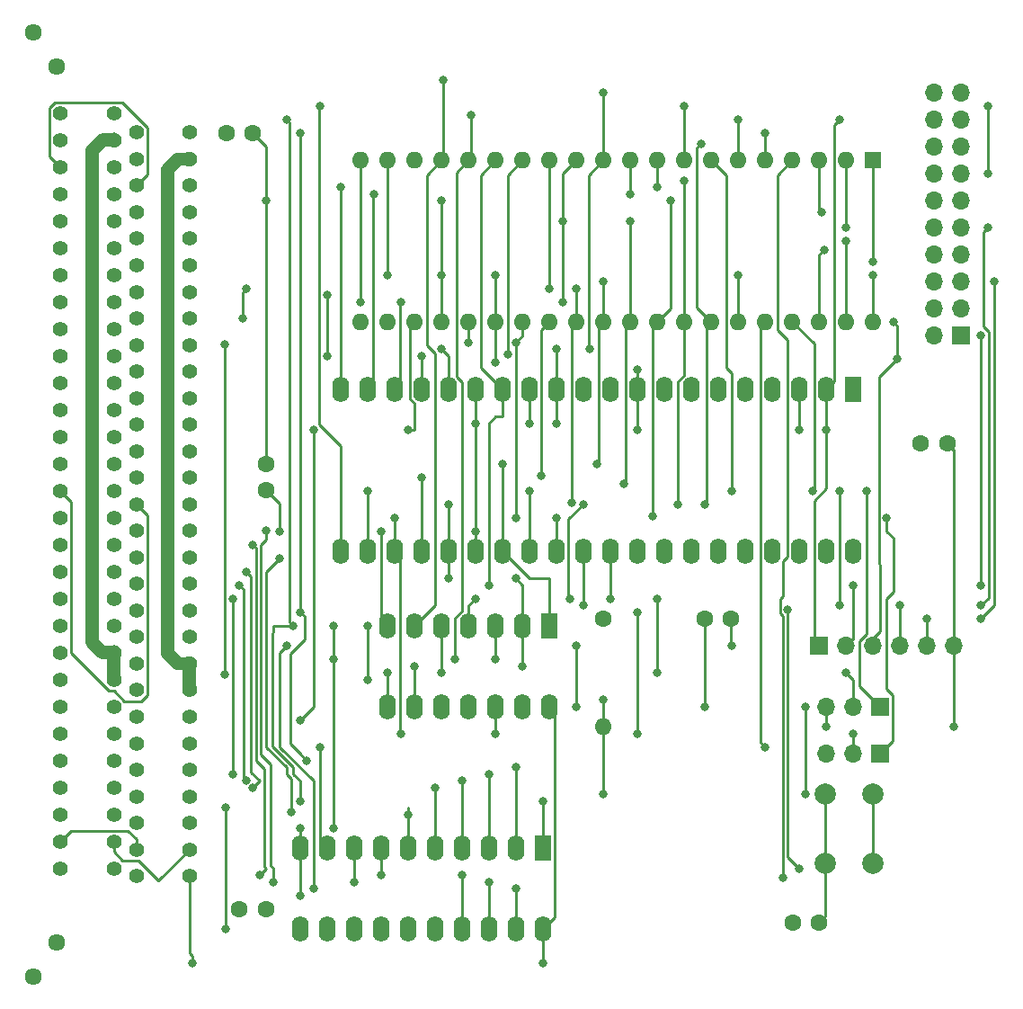
<source format=gbr>
%TF.GenerationSoftware,KiCad,Pcbnew,(5.1.10)-1*%
%TF.CreationDate,2022-02-23T07:42:31+01:00*%
%TF.ProjectId,VDIP2,56444950-322e-46b6-9963-61645f706362,rev?*%
%TF.SameCoordinates,Original*%
%TF.FileFunction,Copper,L1,Top*%
%TF.FilePolarity,Positive*%
%FSLAX46Y46*%
G04 Gerber Fmt 4.6, Leading zero omitted, Abs format (unit mm)*
G04 Created by KiCad (PCBNEW (5.1.10)-1) date 2022-02-23 07:42:31*
%MOMM*%
%LPD*%
G01*
G04 APERTURE LIST*
%TA.AperFunction,ComponentPad*%
%ADD10C,1.600000*%
%TD*%
%TA.AperFunction,ComponentPad*%
%ADD11C,2.000000*%
%TD*%
%TA.AperFunction,ComponentPad*%
%ADD12O,1.700000X1.700000*%
%TD*%
%TA.AperFunction,ComponentPad*%
%ADD13R,1.700000X1.700000*%
%TD*%
%TA.AperFunction,ComponentPad*%
%ADD14R,1.600000X2.400000*%
%TD*%
%TA.AperFunction,ComponentPad*%
%ADD15O,1.600000X2.400000*%
%TD*%
%TA.AperFunction,ComponentPad*%
%ADD16O,1.600000X1.600000*%
%TD*%
%TA.AperFunction,ComponentPad*%
%ADD17R,1.600000X1.600000*%
%TD*%
%TA.AperFunction,ComponentPad*%
%ADD18C,1.610000*%
%TD*%
%TA.AperFunction,ComponentPad*%
%ADD19C,1.400000*%
%TD*%
%TA.AperFunction,SMDPad,CuDef*%
%ADD20C,0.100000*%
%TD*%
%TA.AperFunction,ViaPad*%
%ADD21C,0.800000*%
%TD*%
%TA.AperFunction,Conductor*%
%ADD22C,0.250000*%
%TD*%
G04 APERTURE END LIST*
D10*
%TO.P,C1006,2*%
%TO.N,GND*%
X153670000Y-144780000D03*
%TO.P,C1006,1*%
%TO.N,+5P*%
X151170000Y-144780000D03*
%TD*%
%TO.P,C1005,2*%
%TO.N,GND*%
X101560000Y-143510000D03*
%TO.P,C1005,1*%
%TO.N,+5P*%
X99060000Y-143510000D03*
%TD*%
%TO.P,C1004,2*%
%TO.N,GND*%
X142875000Y-116205000D03*
%TO.P,C1004,1*%
%TO.N,+5P*%
X145375000Y-116205000D03*
%TD*%
%TO.P,C1003,2*%
%TO.N,GND*%
X165735000Y-99695000D03*
%TO.P,C1003,1*%
%TO.N,+5P*%
X163235000Y-99695000D03*
%TD*%
%TO.P,C1002,2*%
%TO.N,GND*%
X97830000Y-70485000D03*
%TO.P,C1002,1*%
%TO.N,+5P*%
X100330000Y-70485000D03*
%TD*%
%TO.P,C1001,2*%
%TO.N,GND*%
X101600000Y-104100000D03*
%TO.P,C1001,1*%
%TO.N,+5P*%
X101600000Y-101600000D03*
%TD*%
D11*
%TO.P,SW1001,1*%
%TO.N,Net-(J1004-Pad3)*%
X158750000Y-139215000D03*
%TO.P,SW1001,2*%
%TO.N,GND*%
X154250000Y-139215000D03*
%TO.P,SW1001,1*%
%TO.N,Net-(J1004-Pad3)*%
X158750000Y-132715000D03*
%TO.P,SW1001,2*%
%TO.N,GND*%
X154250000Y-132715000D03*
%TD*%
D12*
%TO.P,J1004,3*%
%TO.N,Net-(J1004-Pad3)*%
X154305000Y-128905000D03*
%TO.P,J1004,2*%
%TO.N,Net-(J1004-Pad2)*%
X156845000Y-128905000D03*
D13*
%TO.P,J1004,1*%
%TO.N,Net-(J1002-Pad14)*%
X159385000Y-128905000D03*
%TD*%
D14*
%TO.P,U1003,1*%
%TO.N,N/C*%
X156845000Y-94615000D03*
D15*
%TO.P,U1003,21*%
%TO.N,Net-(J1002-Pad13)*%
X108585000Y-109855000D03*
%TO.P,U1003,2*%
%TO.N,+5P*%
X154305000Y-94615000D03*
%TO.P,U1003,22*%
%TO.N,Net-(J1002-Pad15)*%
X111125000Y-109855000D03*
%TO.P,U1003,3*%
%TO.N,+5P*%
X151765000Y-94615000D03*
%TO.P,U1003,23*%
%TO.N,Net-(J1002-Pad2)*%
X113665000Y-109855000D03*
%TO.P,U1003,4*%
%TO.N,N/C*%
X149225000Y-94615000D03*
%TO.P,U1003,24*%
%TO.N,Net-(J1002-Pad4)*%
X116205000Y-109855000D03*
%TO.P,U1003,5*%
%TO.N,N/C*%
X146685000Y-94615000D03*
%TO.P,U1003,25*%
%TO.N,Net-(J1002-Pad6)*%
X118745000Y-109855000D03*
%TO.P,U1003,6*%
%TO.N,N/C*%
X144145000Y-94615000D03*
%TO.P,U1003,26*%
%TO.N,GND*%
X121285000Y-109855000D03*
%TO.P,U1003,7*%
%TO.N,N/C*%
X141605000Y-94615000D03*
%TO.P,U1003,27*%
%TO.N,Net-(J1002-Pad8)*%
X123825000Y-109855000D03*
%TO.P,U1003,8*%
%TO.N,N/C*%
X139065000Y-94615000D03*
%TO.P,U1003,28*%
%TO.N,Net-(J1002-Pad10)*%
X126365000Y-109855000D03*
%TO.P,U1003,9*%
%TO.N,+5P*%
X136525000Y-94615000D03*
%TO.P,U1003,29*%
%TO.N,Net-(J1002-Pad12)*%
X128905000Y-109855000D03*
%TO.P,U1003,10*%
%TO.N,N/C*%
X133985000Y-94615000D03*
%TO.P,U1003,30*%
%TO.N,Net-(J1004-Pad2)*%
X131445000Y-109855000D03*
%TO.P,U1003,11*%
%TO.N,N/C*%
X131445000Y-94615000D03*
%TO.P,U1003,31*%
%TO.N,Net-(J1003-Pad2)*%
X133985000Y-109855000D03*
%TO.P,U1003,12*%
%TO.N,GND*%
X128905000Y-94615000D03*
%TO.P,U1003,32*%
%TO.N,N/C*%
X136525000Y-109855000D03*
%TO.P,U1003,13*%
%TO.N,GND*%
X126365000Y-94615000D03*
%TO.P,U1003,33*%
%TO.N,N/C*%
X139065000Y-109855000D03*
%TO.P,U1003,14*%
%TO.N,Net-(J1001-Pad2)*%
X123825000Y-94615000D03*
%TO.P,U1003,34*%
%TO.N,N/C*%
X141605000Y-109855000D03*
%TO.P,U1003,15*%
%TO.N,GND*%
X121285000Y-94615000D03*
%TO.P,U1003,35*%
%TO.N,N/C*%
X144145000Y-109855000D03*
%TO.P,U1003,16*%
%TO.N,Net-(J1001-Pad3)*%
X118745000Y-94615000D03*
%TO.P,U1003,36*%
%TO.N,N/C*%
X146685000Y-109855000D03*
%TO.P,U1003,17*%
%TO.N,Net-(J1001-Pad5)*%
X116205000Y-94615000D03*
%TO.P,U1003,37*%
%TO.N,N/C*%
X149225000Y-109855000D03*
%TO.P,U1003,18*%
%TO.N,Net-(J1002-Pad7)*%
X113665000Y-94615000D03*
%TO.P,U1003,38*%
%TO.N,N/C*%
X151765000Y-109855000D03*
%TO.P,U1003,19*%
%TO.N,Net-(J1001-Pad4)*%
X111125000Y-94615000D03*
%TO.P,U1003,39*%
%TO.N,N/C*%
X154305000Y-109855000D03*
%TO.P,U1003,20*%
%TO.N,Net-(J1002-Pad11)*%
X108585000Y-94615000D03*
%TO.P,U1003,40*%
%TO.N,N/C*%
X156845000Y-109855000D03*
%TD*%
D12*
%TO.P,J1003,3*%
%TO.N,GND*%
X154305000Y-124460000D03*
%TO.P,J1003,2*%
%TO.N,Net-(J1003-Pad2)*%
X156845000Y-124460000D03*
D13*
%TO.P,J1003,1*%
%TO.N,Net-(J1002-Pad16)*%
X159385000Y-124460000D03*
%TD*%
D14*
%TO.P,IC1001,1*%
%TO.N,Net-(IC1001-Pad1)*%
X127635000Y-137795000D03*
D15*
%TO.P,IC1001,11*%
%TO.N,Net-(IC1001-Pad11)*%
X104775000Y-145415000D03*
%TO.P,IC1001,2*%
%TO.N,Net-(IC1001-Pad2)*%
X125095000Y-137795000D03*
%TO.P,IC1001,12*%
%TO.N,N/C*%
X107315000Y-145415000D03*
%TO.P,IC1001,3*%
%TO.N,Net-(IC1001-Pad3)*%
X122555000Y-137795000D03*
%TO.P,IC1001,13*%
%TO.N,N/C*%
X109855000Y-145415000D03*
%TO.P,IC1001,4*%
%TO.N,Net-(IC1001-Pad4)*%
X120015000Y-137795000D03*
%TO.P,IC1001,14*%
%TO.N,N/C*%
X112395000Y-145415000D03*
%TO.P,IC1001,5*%
%TO.N,Net-(IC1001-Pad5)*%
X117475000Y-137795000D03*
%TO.P,IC1001,15*%
%TO.N,N/C*%
X114935000Y-145415000D03*
%TO.P,IC1001,6*%
%TO.N,Net-(IC1001-Pad6)*%
X114935000Y-137795000D03*
%TO.P,IC1001,16*%
%TO.N,N/C*%
X117475000Y-145415000D03*
%TO.P,IC1001,7*%
%TO.N,Net-(IC1001-Pad7)*%
X112395000Y-137795000D03*
%TO.P,IC1001,17*%
%TO.N,Net-(IC1001-Pad17)*%
X120015000Y-145415000D03*
%TO.P,IC1001,8*%
%TO.N,Net-(IC1001-Pad8)*%
X109855000Y-137795000D03*
%TO.P,IC1001,18*%
%TO.N,Net-(IC1001-Pad18)*%
X122555000Y-145415000D03*
%TO.P,IC1001,9*%
%TO.N,Net-(IC1001-Pad9)*%
X107315000Y-137795000D03*
%TO.P,IC1001,19*%
%TO.N,Net-(IC1001-Pad19)*%
X125095000Y-145415000D03*
%TO.P,IC1001,10*%
%TO.N,GND*%
X104775000Y-137795000D03*
%TO.P,IC1001,20*%
%TO.N,+5P*%
X127635000Y-145415000D03*
%TD*%
D13*
%TO.P,J1001,1*%
%TO.N,+5P*%
X153670000Y-118745000D03*
D12*
%TO.P,J1001,2*%
%TO.N,Net-(J1001-Pad2)*%
X156210000Y-118745000D03*
%TO.P,J1001,3*%
%TO.N,Net-(J1001-Pad3)*%
X158750000Y-118745000D03*
%TO.P,J1001,4*%
%TO.N,Net-(J1001-Pad4)*%
X161290000Y-118745000D03*
%TO.P,J1001,5*%
%TO.N,Net-(J1001-Pad5)*%
X163830000Y-118745000D03*
%TO.P,J1001,6*%
%TO.N,GND*%
X166370000Y-118745000D03*
%TD*%
D13*
%TO.P,J1002,1*%
%TO.N,Net-(J1001-Pad2)*%
X167005000Y-89535000D03*
D12*
%TO.P,J1002,2*%
%TO.N,Net-(J1002-Pad2)*%
X164465000Y-89535000D03*
%TO.P,J1002,3*%
%TO.N,Net-(J1001-Pad3)*%
X167005000Y-86995000D03*
%TO.P,J1002,4*%
%TO.N,Net-(J1002-Pad4)*%
X164465000Y-86995000D03*
%TO.P,J1002,5*%
%TO.N,Net-(J1001-Pad5)*%
X167005000Y-84455000D03*
%TO.P,J1002,6*%
%TO.N,Net-(J1002-Pad6)*%
X164465000Y-84455000D03*
%TO.P,J1002,7*%
%TO.N,Net-(J1002-Pad7)*%
X167005000Y-81915000D03*
%TO.P,J1002,8*%
%TO.N,Net-(J1002-Pad8)*%
X164465000Y-81915000D03*
%TO.P,J1002,9*%
%TO.N,Net-(J1001-Pad4)*%
X167005000Y-79375000D03*
%TO.P,J1002,10*%
%TO.N,Net-(J1002-Pad10)*%
X164465000Y-79375000D03*
%TO.P,J1002,11*%
%TO.N,Net-(J1002-Pad11)*%
X167005000Y-76835000D03*
%TO.P,J1002,12*%
%TO.N,Net-(J1002-Pad12)*%
X164465000Y-76835000D03*
%TO.P,J1002,13*%
%TO.N,Net-(J1002-Pad13)*%
X167005000Y-74295000D03*
%TO.P,J1002,14*%
%TO.N,Net-(J1002-Pad14)*%
X164465000Y-74295000D03*
%TO.P,J1002,15*%
%TO.N,Net-(J1002-Pad15)*%
X167005000Y-71755000D03*
%TO.P,J1002,16*%
%TO.N,Net-(J1002-Pad16)*%
X164465000Y-71755000D03*
%TO.P,J1002,17*%
%TO.N,Net-(J1002-Pad17)*%
X167005000Y-69215000D03*
%TO.P,J1002,18*%
%TO.N,+5P*%
X164465000Y-69215000D03*
%TO.P,J1002,19*%
%TO.N,Net-(J1002-Pad19)*%
X167005000Y-66675000D03*
%TO.P,J1002,20*%
%TO.N,GND*%
X164465000Y-66675000D03*
%TD*%
D10*
%TO.P,R1001,1*%
%TO.N,Net-(J1002-Pad8)*%
X133350000Y-116205000D03*
D16*
%TO.P,R1001,2*%
%TO.N,GND*%
X133350000Y-126365000D03*
%TD*%
D14*
%TO.P,U1001,1*%
%TO.N,Net-(J1002-Pad8)*%
X128270000Y-116840000D03*
D15*
%TO.P,U1001,8*%
%TO.N,Net-(J1002-Pad14)*%
X113030000Y-124460000D03*
%TO.P,U1001,2*%
%TO.N,Net-(J1002-Pad6)*%
X125730000Y-116840000D03*
%TO.P,U1001,9*%
X115570000Y-124460000D03*
%TO.P,U1001,3*%
%TO.N,Net-(J1002-Pad17)*%
X123190000Y-116840000D03*
%TO.P,U1001,10*%
%TO.N,Net-(U1001-Pad10)*%
X118110000Y-124460000D03*
%TO.P,U1001,4*%
%TO.N,Net-(J1002-Pad14)*%
X120650000Y-116840000D03*
%TO.P,U1001,11*%
%TO.N,Net-(U1001-Pad10)*%
X120650000Y-124460000D03*
%TO.P,U1001,5*%
%TO.N,Net-(J1002-Pad14)*%
X118110000Y-116840000D03*
%TO.P,U1001,12*%
%TO.N,Net-(J1002-Pad2)*%
X123190000Y-124460000D03*
%TO.P,U1001,6*%
%TO.N,Net-(J1002-Pad19)*%
X115570000Y-116840000D03*
%TO.P,U1001,13*%
%TO.N,Net-(J1002-Pad2)*%
X125730000Y-124460000D03*
%TO.P,U1001,7*%
%TO.N,GND*%
X113030000Y-116840000D03*
%TO.P,U1001,14*%
%TO.N,+5P*%
X128270000Y-124460000D03*
%TD*%
D17*
%TO.P,U1002,1*%
%TO.N,Net-(U1002-Pad1)*%
X158750000Y-73025000D03*
D16*
%TO.P,U1002,21*%
%TO.N,N/C*%
X110490000Y-88265000D03*
%TO.P,U1002,2*%
%TO.N,Net-(U1002-Pad2)*%
X156210000Y-73025000D03*
%TO.P,U1002,22*%
%TO.N,N/C*%
X113030000Y-88265000D03*
%TO.P,U1002,3*%
%TO.N,Net-(U1002-Pad3)*%
X153670000Y-73025000D03*
%TO.P,U1002,23*%
%TO.N,Net-(U1002-Pad23)*%
X115570000Y-88265000D03*
%TO.P,U1002,4*%
%TO.N,Net-(IC1001-Pad18)*%
X151130000Y-73025000D03*
%TO.P,U1002,24*%
%TO.N,+5P*%
X118110000Y-88265000D03*
%TO.P,U1002,5*%
%TO.N,Net-(IC1001-Pad2)*%
X148590000Y-73025000D03*
%TO.P,U1002,25*%
%TO.N,Net-(U1002-Pad25)*%
X120650000Y-88265000D03*
%TO.P,U1002,6*%
%TO.N,Net-(IC1001-Pad1)*%
X146050000Y-73025000D03*
%TO.P,U1002,26*%
%TO.N,+5P*%
X123190000Y-88265000D03*
%TO.P,U1002,7*%
%TO.N,Net-(J1002-Pad15)*%
X143510000Y-73025000D03*
%TO.P,U1002,27*%
%TO.N,Net-(J1002-Pad2)*%
X125730000Y-88265000D03*
%TO.P,U1002,8*%
%TO.N,Net-(J1002-Pad13)*%
X140970000Y-73025000D03*
%TO.P,U1002,28*%
%TO.N,Net-(J1002-Pad4)*%
X128270000Y-88265000D03*
%TO.P,U1002,9*%
%TO.N,Net-(J1002-Pad11)*%
X138430000Y-73025000D03*
%TO.P,U1002,29*%
%TO.N,Net-(J1002-Pad6)*%
X130810000Y-88265000D03*
%TO.P,U1002,10*%
%TO.N,Net-(J1001-Pad4)*%
X135890000Y-73025000D03*
%TO.P,U1002,30*%
%TO.N,Net-(J1002-Pad8)*%
X133350000Y-88265000D03*
%TO.P,U1002,11*%
%TO.N,GND*%
X133350000Y-73025000D03*
%TO.P,U1002,31*%
%TO.N,Net-(J1002-Pad10)*%
X135890000Y-88265000D03*
%TO.P,U1002,12*%
%TO.N,Net-(J1002-Pad7)*%
X130810000Y-73025000D03*
%TO.P,U1002,32*%
%TO.N,Net-(J1002-Pad12)*%
X138430000Y-88265000D03*
%TO.P,U1002,13*%
%TO.N,Net-(J1001-Pad5)*%
X128270000Y-73025000D03*
%TO.P,U1002,33*%
%TO.N,Net-(J1002-Pad14)*%
X140970000Y-88265000D03*
%TO.P,U1002,14*%
%TO.N,Net-(J1001-Pad3)*%
X125730000Y-73025000D03*
%TO.P,U1002,34*%
%TO.N,Net-(J1002-Pad16)*%
X143510000Y-88265000D03*
%TO.P,U1002,15*%
%TO.N,Net-(J1001-Pad2)*%
X123190000Y-73025000D03*
%TO.P,U1002,35*%
%TO.N,Net-(U1002-Pad35)*%
X146050000Y-88265000D03*
%TO.P,U1002,16*%
%TO.N,Net-(J1002-Pad17)*%
X120650000Y-73025000D03*
%TO.P,U1002,36*%
%TO.N,Net-(IC1001-Pad9)*%
X148590000Y-88265000D03*
%TO.P,U1002,17*%
%TO.N,Net-(J1002-Pad19)*%
X118110000Y-73025000D03*
%TO.P,U1002,37*%
%TO.N,Net-(IC1001-Pad17)*%
X151130000Y-88265000D03*
%TO.P,U1002,18*%
%TO.N,N/C*%
X115570000Y-73025000D03*
%TO.P,U1002,38*%
%TO.N,Net-(U1002-Pad38)*%
X153670000Y-88265000D03*
%TO.P,U1002,19*%
%TO.N,Net-(U1002-Pad19)*%
X113030000Y-73025000D03*
%TO.P,U1002,39*%
%TO.N,Net-(U1002-Pad39)*%
X156210000Y-88265000D03*
%TO.P,U1002,20*%
%TO.N,Net-(U1002-Pad20)*%
X110490000Y-73025000D03*
%TO.P,U1002,40*%
%TO.N,Net-(U1002-Pad40)*%
X158750000Y-88265000D03*
%TD*%
D18*
%TO.P,X1001,*%
%TO.N,*%
X79603600Y-60960000D03*
X79603600Y-149860000D03*
D19*
%TO.P,X1001,A01*%
%TO.N,GND*%
X82143600Y-68580000D03*
%TO.P,X1001,A02*%
X82143600Y-71120000D03*
%TO.P,X1001,A04*%
%TO.N,Net-(U1002-Pad2)*%
X82143600Y-76200000D03*
%TO.P,X1001,A05*%
%TO.N,Net-(U1002-Pad38)*%
X82143600Y-78740000D03*
%TO.P,X1001,A06*%
%TO.N,Net-(U1002-Pad40)*%
X82143600Y-81280000D03*
%TO.P,X1001,A07*%
%TO.N,Net-(U1002-Pad20)*%
X82143600Y-83820000D03*
%TO.P,X1001,A08*%
%TO.N,Net-(X1001-PadA08)*%
X82143600Y-86360000D03*
%TO.P,X1001,A09*%
%TO.N,Net-(X1001-PadA09)*%
X82143600Y-88900000D03*
%TO.P,X1001,A10*%
%TO.N,Net-(X1001-PadA10)*%
X82143600Y-91440000D03*
%TO.P,X1001,A11*%
%TO.N,Net-(X1001-PadA11)*%
X82143600Y-93980000D03*
%TO.P,X1001,A12*%
%TO.N,Net-(X1001-PadA12)*%
X82143600Y-96520000D03*
%TO.P,X1001,A13*%
%TO.N,Net-(X1001-PadA13)*%
X82143600Y-99060000D03*
%TO.P,X1001,A14*%
%TO.N,Net-(X1001-PadA14)*%
X82143600Y-101600000D03*
%TO.P,X1001,A15*%
%TO.N,Net-(X1001-PadA15)*%
X82143600Y-104140000D03*
%TO.P,X1001,A16*%
%TO.N,Net-(IC1001-Pad7)*%
X82143600Y-106680000D03*
%TO.P,X1001,A17*%
%TO.N,Net-(IC1001-Pad5)*%
X82143600Y-109220000D03*
%TO.P,X1001,A18*%
%TO.N,Net-(IC1001-Pad3)*%
X82143600Y-111760000D03*
%TO.P,X1001,A19*%
%TO.N,Net-(IC1001-Pad1)*%
X82143600Y-114300000D03*
%TO.P,X1001,A20*%
%TO.N,Net-(IC1001-Pad19)*%
X82143600Y-116840000D03*
%TO.P,X1001,A21*%
%TO.N,Net-(U1002-Pad25)*%
X82143600Y-119380000D03*
%TO.P,X1001,A22*%
%TO.N,Net-(X1001-PadA22)*%
X82143600Y-121920000D03*
%TO.P,X1001,A23*%
%TO.N,Net-(X1001-PadA23)*%
X82143600Y-124460000D03*
%TO.P,X1001,A24*%
%TO.N,Net-(X1001-PadA24)*%
X82143600Y-127000000D03*
%TO.P,X1001,A25*%
%TO.N,Net-(X1001-PadA25)*%
X82143600Y-129540000D03*
%TO.P,X1001,A26*%
%TO.N,Net-(IC1001-Pad11)*%
X82143600Y-132080000D03*
%TO.P,X1001,A27*%
%TO.N,Net-(X1001-PadA27)*%
X82143600Y-134620000D03*
%TO.P,X1001,A28*%
%TO.N,Net-(X1001-PadA28)*%
X82143600Y-137160000D03*
%TO.P,X1001,A29*%
%TO.N,+5P*%
X82143600Y-139700000D03*
%TO.P,X1001,C01*%
%TO.N,GND*%
X87223600Y-68580000D03*
%TO.P,X1001,C02*%
X87223600Y-71120000D03*
%TO.P,X1001,C03*%
%TO.N,Net-(X1001-PadC03)*%
X87223600Y-73660000D03*
%TO.P,X1001,C04*%
%TO.N,Net-(U1002-Pad3)*%
X87223600Y-76200000D03*
%TO.P,X1001,C05*%
%TO.N,Net-(U1002-Pad39)*%
X87223600Y-78740000D03*
%TO.P,X1001,C06*%
%TO.N,Net-(U1002-Pad1)*%
X87223600Y-81280000D03*
%TO.P,X1001,C07*%
%TO.N,Net-(U1002-Pad19)*%
X87223600Y-83820000D03*
%TO.P,X1001,C08*%
%TO.N,Net-(U1002-Pad35)*%
X87223600Y-86360000D03*
%TO.P,X1001,C09*%
%TO.N,Net-(X1001-PadC09)*%
X87223600Y-88900000D03*
%TO.P,X1001,C10*%
%TO.N,Net-(X1001-PadA10)*%
X87223600Y-91440000D03*
%TO.P,X1001,C11*%
%TO.N,Net-(X1001-PadC11)*%
X87223600Y-93980000D03*
%TO.P,X1001,C12*%
%TO.N,Net-(X1001-PadC12)*%
X87223600Y-96520000D03*
%TO.P,X1001,C13*%
%TO.N,Net-(X1001-PadC13)*%
X87223600Y-99060000D03*
%TO.P,X1001,C14*%
%TO.N,Net-(X1001-PadC14)*%
X87223600Y-101600000D03*
%TO.P,X1001,C15*%
%TO.N,Net-(X1001-PadC15)*%
X87223600Y-104140000D03*
%TO.P,X1001,C16*%
%TO.N,Net-(IC1001-Pad8)*%
X87223600Y-106680000D03*
%TO.P,X1001,C17*%
%TO.N,Net-(IC1001-Pad6)*%
X87223600Y-109220000D03*
%TO.P,X1001,C18*%
%TO.N,Net-(IC1001-Pad4)*%
X87223600Y-111760000D03*
%TO.P,X1001,C19*%
%TO.N,Net-(IC1001-Pad2)*%
X87223600Y-114300000D03*
%TO.P,X1001,C20*%
%TO.N,Net-(X1001-PadC20)*%
X87223600Y-116840000D03*
%TO.P,X1001,C21*%
%TO.N,GND*%
X87223600Y-119380000D03*
%TO.P,X1001,C22*%
X87223600Y-121920000D03*
%TO.P,X1001,C23*%
%TO.N,Net-(U1002-Pad23)*%
X87223600Y-124460000D03*
%TO.P,X1001,C24*%
%TO.N,Net-(IC1001-Pad9)*%
X87223600Y-127000000D03*
%TO.P,X1001,C25*%
%TO.N,Net-(X1001-PadC25)*%
X87223600Y-129540000D03*
%TO.P,X1001,C26*%
%TO.N,Net-(X1001-PadC26)*%
X87223600Y-132080000D03*
%TO.P,X1001,C27*%
%TO.N,Net-(X1001-PadA27)*%
X87223600Y-134620000D03*
%TO.P,X1001,C28*%
%TO.N,Net-(X1001-PadC28)*%
X87223600Y-137160000D03*
%TO.P,X1001,C29*%
%TO.N,+5P*%
X87223600Y-139700000D03*
D18*
%TO.P,X1001,*%
%TO.N,*%
X81835000Y-64160000D03*
X81835000Y-146660000D03*
D19*
%TO.P,X1001,C01*%
%TO.N,GND*%
X94335000Y-70410000D03*
%TO.P,X1001,C02*%
X94335000Y-72910000D03*
%TO.P,X1001,C03*%
%TO.N,Net-(X1001-PadC03)*%
X94335000Y-75410000D03*
%TO.P,X1001,C04*%
%TO.N,Net-(U1002-Pad3)*%
X94335000Y-77910000D03*
%TO.P,X1001,C05*%
%TO.N,Net-(U1002-Pad39)*%
X94335000Y-80410000D03*
%TO.P,X1001,C06*%
%TO.N,Net-(U1002-Pad1)*%
X94335000Y-82910000D03*
%TO.P,X1001,C07*%
%TO.N,Net-(U1002-Pad19)*%
X94335000Y-85410000D03*
%TO.P,X1001,C08*%
%TO.N,Net-(U1002-Pad35)*%
X94335000Y-87910000D03*
%TO.P,X1001,C09*%
%TO.N,Net-(X1001-PadC09)*%
X94335000Y-90410000D03*
%TO.P,X1001,C10*%
%TO.N,Net-(X1001-PadA10)*%
X94335000Y-92910000D03*
%TO.P,X1001,C11*%
%TO.N,Net-(X1001-PadC11)*%
X94335000Y-95410000D03*
%TO.P,X1001,C12*%
%TO.N,Net-(X1001-PadC12)*%
X94335000Y-97910000D03*
%TO.P,X1001,C13*%
%TO.N,Net-(X1001-PadC13)*%
X94335000Y-100410000D03*
%TO.P,X1001,C14*%
%TO.N,Net-(X1001-PadC14)*%
X94335000Y-102910000D03*
%TO.P,X1001,C15*%
%TO.N,Net-(X1001-PadC15)*%
X94335000Y-105410000D03*
%TO.P,X1001,C16*%
%TO.N,Net-(IC1001-Pad8)*%
X94335000Y-107910000D03*
%TO.P,X1001,C17*%
%TO.N,Net-(IC1001-Pad6)*%
X94335000Y-110410000D03*
%TO.P,X1001,C18*%
%TO.N,Net-(IC1001-Pad4)*%
X94335000Y-112910000D03*
%TO.P,X1001,C19*%
%TO.N,Net-(IC1001-Pad2)*%
X94335000Y-115410000D03*
%TO.P,X1001,C20*%
%TO.N,Net-(X1001-PadC20)*%
X94335000Y-117910000D03*
%TO.P,X1001,C21*%
%TO.N,GND*%
X94335000Y-120410000D03*
%TO.P,X1001,C22*%
X94335000Y-122910000D03*
%TO.P,X1001,C23*%
%TO.N,Net-(U1002-Pad23)*%
X94335000Y-125410000D03*
%TO.P,X1001,C24*%
%TO.N,Net-(IC1001-Pad9)*%
X94335000Y-127910000D03*
%TO.P,X1001,C25*%
%TO.N,Net-(X1001-PadC25)*%
X94335000Y-130410000D03*
%TO.P,X1001,C26*%
%TO.N,Net-(X1001-PadC26)*%
X94335000Y-132910000D03*
%TO.P,X1001,C27*%
%TO.N,Net-(X1001-PadA27)*%
X94335000Y-135410000D03*
%TO.P,X1001,C28*%
%TO.N,Net-(X1001-PadC28)*%
X94335000Y-137910000D03*
%TO.P,X1001,C29*%
%TO.N,+5P*%
X94335000Y-140410000D03*
%TO.P,X1001,A01*%
%TO.N,GND*%
X89335000Y-70410000D03*
%TO.P,X1001,A02*%
X89335000Y-72910000D03*
%TO.P,X1001,A03*%
%TO.N,Net-(X1001-PadA03)*%
X89335000Y-75410000D03*
%TO.P,X1001,A04*%
%TO.N,Net-(U1002-Pad2)*%
X89335000Y-77910000D03*
%TO.P,X1001,A05*%
%TO.N,Net-(U1002-Pad38)*%
X89335000Y-80410000D03*
%TO.P,X1001,A06*%
%TO.N,Net-(U1002-Pad40)*%
X89335000Y-82910000D03*
%TO.P,X1001,A07*%
%TO.N,Net-(U1002-Pad20)*%
X89335000Y-85410000D03*
%TO.P,X1001,A08*%
%TO.N,Net-(X1001-PadA08)*%
X89335000Y-87910000D03*
%TO.P,X1001,A09*%
%TO.N,Net-(X1001-PadA09)*%
X89335000Y-90410000D03*
%TO.P,X1001,A10*%
%TO.N,Net-(X1001-PadA10)*%
X89335000Y-92910000D03*
%TO.P,X1001,A11*%
%TO.N,Net-(X1001-PadA11)*%
X89335000Y-95410000D03*
%TO.P,X1001,A12*%
%TO.N,Net-(X1001-PadA12)*%
X89335000Y-97910000D03*
%TO.P,X1001,A13*%
%TO.N,Net-(X1001-PadA13)*%
X89335000Y-100410000D03*
%TO.P,X1001,A14*%
%TO.N,Net-(X1001-PadA14)*%
X89335000Y-102910000D03*
%TO.P,X1001,A15*%
%TO.N,Net-(X1001-PadA15)*%
X89335000Y-105410000D03*
%TO.P,X1001,A16*%
%TO.N,Net-(IC1001-Pad7)*%
X89335000Y-107910000D03*
%TO.P,X1001,A17*%
%TO.N,Net-(IC1001-Pad5)*%
X89335000Y-110410000D03*
%TO.P,X1001,A18*%
%TO.N,Net-(IC1001-Pad3)*%
X89335000Y-112910000D03*
%TO.P,X1001,A19*%
%TO.N,Net-(IC1001-Pad1)*%
X89335000Y-115410000D03*
%TO.P,X1001,A20*%
%TO.N,Net-(IC1001-Pad19)*%
X89335000Y-117910000D03*
%TO.P,X1001,A21*%
%TO.N,Net-(U1002-Pad25)*%
X89335000Y-120410000D03*
%TO.P,X1001,A22*%
%TO.N,Net-(X1001-PadA22)*%
X89335000Y-122910000D03*
%TO.P,X1001,A23*%
%TO.N,Net-(X1001-PadA23)*%
X89335000Y-125410000D03*
%TO.P,X1001,A24*%
%TO.N,Net-(X1001-PadA24)*%
X89335000Y-127910000D03*
%TO.P,X1001,A25*%
%TO.N,Net-(X1001-PadA25)*%
X89335000Y-130410000D03*
%TO.P,X1001,A26*%
%TO.N,Net-(IC1001-Pad11)*%
X89335000Y-132910000D03*
%TO.P,X1001,A27*%
%TO.N,Net-(X1001-PadA27)*%
X89335000Y-135410000D03*
%TO.P,X1001,A28*%
%TO.N,Net-(X1001-PadA28)*%
X89335000Y-137910000D03*
%TO.P,X1001,A29*%
%TO.N,+5P*%
X89335000Y-140410000D03*
%TO.P,X1001,A03*%
%TO.N,Net-(X1001-PadA03)*%
X82143600Y-73660000D03*
%TA.AperFunction,SMDPad,CuDef*%
D20*
%TO.P,X1001,C02*%
%TO.N,GND*%
G36*
X87927424Y-71212711D02*
G01*
X87914022Y-71280086D01*
X87894081Y-71345823D01*
X87867793Y-71409289D01*
X87835410Y-71469872D01*
X87797245Y-71526990D01*
X87753666Y-71580091D01*
X87705091Y-71628666D01*
X87651990Y-71672245D01*
X87594872Y-71710410D01*
X87534289Y-71742793D01*
X87470823Y-71769081D01*
X87405086Y-71789022D01*
X87337711Y-71802424D01*
X87269347Y-71809157D01*
X87200653Y-71809157D01*
X87132289Y-71802424D01*
X87064914Y-71789022D01*
X86999177Y-71769081D01*
X86935711Y-71742793D01*
X86921132Y-71735000D01*
X86443884Y-71735000D01*
X85810000Y-72368883D01*
X85810000Y-118101116D01*
X86443883Y-118735000D01*
X87235000Y-118735000D01*
X87243726Y-118735061D01*
X87304668Y-118738895D01*
X87364945Y-118748658D01*
X87423981Y-118764256D01*
X87481214Y-118785540D01*
X87536096Y-118812308D01*
X87588104Y-118844304D01*
X87636742Y-118881222D01*
X87681545Y-118922710D01*
X87722086Y-118968373D01*
X87757978Y-119017773D01*
X87788877Y-119070440D01*
X87814490Y-119125871D01*
X87834571Y-119183537D01*
X87848930Y-119242887D01*
X87857428Y-119303355D01*
X87859985Y-119364363D01*
X87856576Y-119425330D01*
X87847235Y-119485674D01*
X87832049Y-119544818D01*
X87811164Y-119602197D01*
X87784780Y-119657265D01*
X87753148Y-119709496D01*
X87716571Y-119758390D01*
X87675396Y-119803482D01*
X87630018Y-119844340D01*
X87580870Y-119880576D01*
X87528420Y-119911842D01*
X87473169Y-119937841D01*
X87415645Y-119958325D01*
X87356396Y-119973097D01*
X87295989Y-119982017D01*
X87235000Y-119985000D01*
X86185000Y-119985000D01*
X86183033Y-119984986D01*
X86182818Y-119984996D01*
X86182570Y-119984983D01*
X86176274Y-119984939D01*
X86149037Y-119983225D01*
X86121840Y-119981800D01*
X86118606Y-119981311D01*
X86115332Y-119981105D01*
X86088428Y-119976747D01*
X86061465Y-119972670D01*
X86058283Y-119971865D01*
X86055055Y-119971342D01*
X86028750Y-119964392D01*
X86002268Y-119957691D01*
X85999179Y-119956579D01*
X85996019Y-119955744D01*
X85970492Y-119946251D01*
X85944816Y-119937007D01*
X85941858Y-119935602D01*
X85938786Y-119934460D01*
X85914270Y-119922503D01*
X85889656Y-119910815D01*
X85886849Y-119909128D01*
X85883904Y-119907692D01*
X85860678Y-119893403D01*
X85837315Y-119879365D01*
X85834686Y-119877412D01*
X85831896Y-119875696D01*
X85810153Y-119859192D01*
X85788294Y-119842958D01*
X85785874Y-119840763D01*
X85783258Y-119838778D01*
X85763220Y-119820222D01*
X85743059Y-119801942D01*
X84743058Y-118801942D01*
X84741675Y-118800539D01*
X84741518Y-118800396D01*
X84741353Y-118800213D01*
X84736931Y-118795728D01*
X84718895Y-118775270D01*
X84700660Y-118755018D01*
X84698718Y-118752385D01*
X84696550Y-118749925D01*
X84680613Y-118727828D01*
X84664424Y-118705870D01*
X84662743Y-118703050D01*
X84660831Y-118700399D01*
X84647141Y-118676877D01*
X84633158Y-118653420D01*
X84631762Y-118650452D01*
X84630116Y-118647625D01*
X84618764Y-118622831D01*
X84607159Y-118598169D01*
X84606062Y-118595089D01*
X84604696Y-118592105D01*
X84595808Y-118566292D01*
X84586675Y-118540645D01*
X84585883Y-118537470D01*
X84584816Y-118534370D01*
X84578498Y-118507850D01*
X84571903Y-118481396D01*
X84571424Y-118478152D01*
X84570666Y-118474970D01*
X84566966Y-118447960D01*
X84562983Y-118420989D01*
X84562823Y-118417723D01*
X84562378Y-118414473D01*
X84561330Y-118387193D01*
X84560000Y-118360000D01*
X84560000Y-72110000D01*
X84560014Y-72108033D01*
X84560004Y-72107818D01*
X84560017Y-72107570D01*
X84560061Y-72101274D01*
X84561775Y-72074037D01*
X84563200Y-72046840D01*
X84563689Y-72043606D01*
X84563895Y-72040332D01*
X84568253Y-72013428D01*
X84572330Y-71986465D01*
X84573135Y-71983283D01*
X84573658Y-71980055D01*
X84580608Y-71953750D01*
X84587309Y-71927268D01*
X84588421Y-71924179D01*
X84589256Y-71921019D01*
X84598749Y-71895492D01*
X84607993Y-71869816D01*
X84609398Y-71866858D01*
X84610540Y-71863786D01*
X84622497Y-71839270D01*
X84634185Y-71814656D01*
X84635872Y-71811849D01*
X84637308Y-71808904D01*
X84651597Y-71785678D01*
X84665635Y-71762315D01*
X84667588Y-71759686D01*
X84669304Y-71756896D01*
X84685808Y-71735153D01*
X84702042Y-71713294D01*
X84704237Y-71710874D01*
X84706222Y-71708258D01*
X84724778Y-71688220D01*
X84743058Y-71668059D01*
X85743058Y-70668058D01*
X85744461Y-70666675D01*
X85744604Y-70666518D01*
X85744787Y-70666353D01*
X85749272Y-70661931D01*
X85769730Y-70643895D01*
X85789982Y-70625660D01*
X85792615Y-70623718D01*
X85795075Y-70621550D01*
X85817172Y-70605613D01*
X85839130Y-70589424D01*
X85841950Y-70587743D01*
X85844601Y-70585831D01*
X85868123Y-70572141D01*
X85891580Y-70558158D01*
X85894548Y-70556762D01*
X85897375Y-70555116D01*
X85922169Y-70543764D01*
X85946831Y-70532159D01*
X85949911Y-70531062D01*
X85952895Y-70529696D01*
X85978708Y-70520808D01*
X86004355Y-70511675D01*
X86007530Y-70510883D01*
X86010630Y-70509816D01*
X86037150Y-70503498D01*
X86063604Y-70496903D01*
X86066848Y-70496424D01*
X86070030Y-70495666D01*
X86097040Y-70491966D01*
X86124011Y-70487983D01*
X86127277Y-70487823D01*
X86130527Y-70487378D01*
X86157807Y-70486330D01*
X86185000Y-70485000D01*
X86921132Y-70485000D01*
X86935711Y-70477207D01*
X86999177Y-70450919D01*
X87064914Y-70430978D01*
X87132289Y-70417576D01*
X87200653Y-70410843D01*
X87269347Y-70410843D01*
X87337711Y-70417576D01*
X87405086Y-70430978D01*
X87470823Y-70450919D01*
X87534289Y-70477207D01*
X87594872Y-70509590D01*
X87651990Y-70547755D01*
X87705091Y-70591334D01*
X87753666Y-70639909D01*
X87797245Y-70693010D01*
X87835410Y-70750128D01*
X87867793Y-70810711D01*
X87894081Y-70874177D01*
X87914022Y-70939914D01*
X87927424Y-71007289D01*
X87934157Y-71075653D01*
X87934157Y-71144347D01*
X87927424Y-71212711D01*
G37*
%TD.AperFunction*%
%TA.AperFunction,SMDPad,CuDef*%
G36*
X95027424Y-73012711D02*
G01*
X95014022Y-73080086D01*
X94994081Y-73145823D01*
X94967793Y-73209289D01*
X94935410Y-73269872D01*
X94897245Y-73326990D01*
X94853666Y-73380091D01*
X94805091Y-73428666D01*
X94751990Y-73472245D01*
X94694872Y-73510410D01*
X94634289Y-73542793D01*
X94570823Y-73569081D01*
X94505086Y-73589022D01*
X94437711Y-73602424D01*
X94369347Y-73609157D01*
X94300653Y-73609157D01*
X94232289Y-73602424D01*
X94164914Y-73589022D01*
X94099177Y-73569081D01*
X94035711Y-73542793D01*
X94021132Y-73535000D01*
X93543884Y-73535000D01*
X92910000Y-74168883D01*
X92910000Y-119151116D01*
X93543883Y-119785000D01*
X94335000Y-119785000D01*
X94343726Y-119785061D01*
X94404668Y-119788895D01*
X94464945Y-119798658D01*
X94523981Y-119814256D01*
X94581214Y-119835540D01*
X94636096Y-119862308D01*
X94688104Y-119894304D01*
X94736742Y-119931222D01*
X94781545Y-119972710D01*
X94822086Y-120018373D01*
X94857978Y-120067773D01*
X94888877Y-120120440D01*
X94914490Y-120175871D01*
X94934571Y-120233537D01*
X94948930Y-120292887D01*
X94957428Y-120353355D01*
X94959985Y-120414363D01*
X94956576Y-120475330D01*
X94947235Y-120535674D01*
X94932049Y-120594818D01*
X94911164Y-120652197D01*
X94884780Y-120707265D01*
X94853148Y-120759496D01*
X94816571Y-120808390D01*
X94775396Y-120853482D01*
X94730018Y-120894340D01*
X94680870Y-120930576D01*
X94628420Y-120961842D01*
X94573169Y-120987841D01*
X94515645Y-121008325D01*
X94456396Y-121023097D01*
X94395989Y-121032017D01*
X94335000Y-121035000D01*
X93285000Y-121035000D01*
X93283033Y-121034986D01*
X93282818Y-121034996D01*
X93282570Y-121034983D01*
X93276274Y-121034939D01*
X93249037Y-121033225D01*
X93221840Y-121031800D01*
X93218606Y-121031311D01*
X93215332Y-121031105D01*
X93188428Y-121026747D01*
X93161465Y-121022670D01*
X93158283Y-121021865D01*
X93155055Y-121021342D01*
X93128750Y-121014392D01*
X93102268Y-121007691D01*
X93099179Y-121006579D01*
X93096019Y-121005744D01*
X93070492Y-120996251D01*
X93044816Y-120987007D01*
X93041858Y-120985602D01*
X93038786Y-120984460D01*
X93014270Y-120972503D01*
X92989656Y-120960815D01*
X92986849Y-120959128D01*
X92983904Y-120957692D01*
X92960678Y-120943403D01*
X92937315Y-120929365D01*
X92934686Y-120927412D01*
X92931896Y-120925696D01*
X92910153Y-120909192D01*
X92888294Y-120892958D01*
X92885874Y-120890763D01*
X92883258Y-120888778D01*
X92863220Y-120870222D01*
X92843059Y-120851942D01*
X91843058Y-119851942D01*
X91841675Y-119850539D01*
X91841518Y-119850396D01*
X91841353Y-119850213D01*
X91836931Y-119845728D01*
X91818895Y-119825270D01*
X91800660Y-119805018D01*
X91798718Y-119802385D01*
X91796550Y-119799925D01*
X91780613Y-119777828D01*
X91764424Y-119755870D01*
X91762743Y-119753050D01*
X91760831Y-119750399D01*
X91747141Y-119726877D01*
X91733158Y-119703420D01*
X91731762Y-119700452D01*
X91730116Y-119697625D01*
X91718764Y-119672831D01*
X91707159Y-119648169D01*
X91706062Y-119645089D01*
X91704696Y-119642105D01*
X91695808Y-119616292D01*
X91686675Y-119590645D01*
X91685883Y-119587470D01*
X91684816Y-119584370D01*
X91678498Y-119557850D01*
X91671903Y-119531396D01*
X91671424Y-119528152D01*
X91670666Y-119524970D01*
X91666966Y-119497960D01*
X91662983Y-119470989D01*
X91662823Y-119467723D01*
X91662378Y-119464473D01*
X91661330Y-119437193D01*
X91660000Y-119410000D01*
X91660000Y-73910000D01*
X91660014Y-73908033D01*
X91660004Y-73907818D01*
X91660017Y-73907570D01*
X91660061Y-73901274D01*
X91661775Y-73874037D01*
X91663200Y-73846840D01*
X91663689Y-73843606D01*
X91663895Y-73840332D01*
X91668253Y-73813428D01*
X91672330Y-73786465D01*
X91673135Y-73783283D01*
X91673658Y-73780055D01*
X91680608Y-73753750D01*
X91687309Y-73727268D01*
X91688421Y-73724179D01*
X91689256Y-73721019D01*
X91698749Y-73695492D01*
X91707993Y-73669816D01*
X91709398Y-73666858D01*
X91710540Y-73663786D01*
X91722497Y-73639270D01*
X91734185Y-73614656D01*
X91735872Y-73611849D01*
X91737308Y-73608904D01*
X91751597Y-73585678D01*
X91765635Y-73562315D01*
X91767588Y-73559686D01*
X91769304Y-73556896D01*
X91785808Y-73535153D01*
X91802042Y-73513294D01*
X91804237Y-73510874D01*
X91806222Y-73508258D01*
X91824778Y-73488220D01*
X91843058Y-73468059D01*
X92843058Y-72468058D01*
X92844461Y-72466675D01*
X92844604Y-72466518D01*
X92844787Y-72466353D01*
X92849272Y-72461931D01*
X92869730Y-72443895D01*
X92889982Y-72425660D01*
X92892615Y-72423718D01*
X92895075Y-72421550D01*
X92917172Y-72405613D01*
X92939130Y-72389424D01*
X92941950Y-72387743D01*
X92944601Y-72385831D01*
X92968123Y-72372141D01*
X92991580Y-72358158D01*
X92994548Y-72356762D01*
X92997375Y-72355116D01*
X93022169Y-72343764D01*
X93046831Y-72332159D01*
X93049911Y-72331062D01*
X93052895Y-72329696D01*
X93078708Y-72320808D01*
X93104355Y-72311675D01*
X93107530Y-72310883D01*
X93110630Y-72309816D01*
X93137150Y-72303498D01*
X93163604Y-72296903D01*
X93166848Y-72296424D01*
X93170030Y-72295666D01*
X93197040Y-72291966D01*
X93224011Y-72287983D01*
X93227277Y-72287823D01*
X93230527Y-72287378D01*
X93257807Y-72286330D01*
X93285000Y-72285000D01*
X94021132Y-72285000D01*
X94035711Y-72277207D01*
X94099177Y-72250919D01*
X94164914Y-72230978D01*
X94232289Y-72217576D01*
X94300653Y-72210843D01*
X94369347Y-72210843D01*
X94437711Y-72217576D01*
X94505086Y-72230978D01*
X94570823Y-72250919D01*
X94634289Y-72277207D01*
X94694872Y-72309590D01*
X94751990Y-72347755D01*
X94805091Y-72391334D01*
X94853666Y-72439909D01*
X94897245Y-72493010D01*
X94935410Y-72550128D01*
X94967793Y-72610711D01*
X94994081Y-72674177D01*
X95014022Y-72739914D01*
X95027424Y-72807289D01*
X95034157Y-72875653D01*
X95034157Y-72944347D01*
X95027424Y-73012711D01*
G37*
%TD.AperFunction*%
%TA.AperFunction,SMDPad,CuDef*%
%TO.P,X1001,C21*%
G36*
X87927424Y-119462711D02*
G01*
X87914022Y-119530086D01*
X87894081Y-119595823D01*
X87867793Y-119659289D01*
X87860000Y-119673868D01*
X87860000Y-121910000D01*
X87859939Y-121918726D01*
X87856105Y-121979668D01*
X87846342Y-122039945D01*
X87830744Y-122098981D01*
X87809460Y-122156214D01*
X87782692Y-122211096D01*
X87750696Y-122263104D01*
X87713778Y-122311742D01*
X87672290Y-122356545D01*
X87626627Y-122397086D01*
X87577227Y-122432978D01*
X87524560Y-122463877D01*
X87469129Y-122489490D01*
X87411463Y-122509571D01*
X87352113Y-122523930D01*
X87291645Y-122532428D01*
X87230637Y-122534985D01*
X87169670Y-122531576D01*
X87109326Y-122522235D01*
X87050182Y-122507049D01*
X86992803Y-122486164D01*
X86937735Y-122459780D01*
X86885504Y-122428148D01*
X86836610Y-122391571D01*
X86791518Y-122350396D01*
X86750660Y-122305018D01*
X86714424Y-122255870D01*
X86683158Y-122203420D01*
X86657159Y-122148169D01*
X86636675Y-122090645D01*
X86621903Y-122031396D01*
X86612983Y-121970989D01*
X86610000Y-121910000D01*
X86610000Y-119673868D01*
X86602207Y-119659289D01*
X86575919Y-119595823D01*
X86555978Y-119530086D01*
X86542576Y-119462711D01*
X86535843Y-119394347D01*
X86535843Y-119325653D01*
X86542576Y-119257289D01*
X86555978Y-119189914D01*
X86575919Y-119124177D01*
X86602207Y-119060711D01*
X86634590Y-119000128D01*
X86672755Y-118943010D01*
X86716334Y-118889909D01*
X86764909Y-118841334D01*
X86818010Y-118797755D01*
X86875128Y-118759590D01*
X86935711Y-118727207D01*
X86999177Y-118700919D01*
X87064914Y-118680978D01*
X87132289Y-118667576D01*
X87200653Y-118660843D01*
X87269347Y-118660843D01*
X87337711Y-118667576D01*
X87405086Y-118680978D01*
X87470823Y-118700919D01*
X87534289Y-118727207D01*
X87594872Y-118759590D01*
X87651990Y-118797755D01*
X87705091Y-118841334D01*
X87753666Y-118889909D01*
X87797245Y-118943010D01*
X87835410Y-119000128D01*
X87867793Y-119060711D01*
X87894081Y-119124177D01*
X87914022Y-119189914D01*
X87927424Y-119257289D01*
X87934157Y-119325653D01*
X87934157Y-119394347D01*
X87927424Y-119462711D01*
G37*
%TD.AperFunction*%
%TA.AperFunction,SMDPad,CuDef*%
G36*
X95027424Y-120512711D02*
G01*
X95014022Y-120580086D01*
X94994081Y-120645823D01*
X94967793Y-120709289D01*
X94960000Y-120723868D01*
X94960000Y-122910000D01*
X94959939Y-122918726D01*
X94956105Y-122979668D01*
X94946342Y-123039945D01*
X94930744Y-123098981D01*
X94909460Y-123156214D01*
X94882692Y-123211096D01*
X94850696Y-123263104D01*
X94813778Y-123311742D01*
X94772290Y-123356545D01*
X94726627Y-123397086D01*
X94677227Y-123432978D01*
X94624560Y-123463877D01*
X94569129Y-123489490D01*
X94511463Y-123509571D01*
X94452113Y-123523930D01*
X94391645Y-123532428D01*
X94330637Y-123534985D01*
X94269670Y-123531576D01*
X94209326Y-123522235D01*
X94150182Y-123507049D01*
X94092803Y-123486164D01*
X94037735Y-123459780D01*
X93985504Y-123428148D01*
X93936610Y-123391571D01*
X93891518Y-123350396D01*
X93850660Y-123305018D01*
X93814424Y-123255870D01*
X93783158Y-123203420D01*
X93757159Y-123148169D01*
X93736675Y-123090645D01*
X93721903Y-123031396D01*
X93712983Y-122970989D01*
X93710000Y-122910000D01*
X93710000Y-120723868D01*
X93702207Y-120709289D01*
X93675919Y-120645823D01*
X93655978Y-120580086D01*
X93642576Y-120512711D01*
X93635843Y-120444347D01*
X93635843Y-120375653D01*
X93642576Y-120307289D01*
X93655978Y-120239914D01*
X93675919Y-120174177D01*
X93702207Y-120110711D01*
X93734590Y-120050128D01*
X93772755Y-119993010D01*
X93816334Y-119939909D01*
X93864909Y-119891334D01*
X93918010Y-119847755D01*
X93975128Y-119809590D01*
X94035711Y-119777207D01*
X94099177Y-119750919D01*
X94164914Y-119730978D01*
X94232289Y-119717576D01*
X94300653Y-119710843D01*
X94369347Y-119710843D01*
X94437711Y-119717576D01*
X94505086Y-119730978D01*
X94570823Y-119750919D01*
X94634289Y-119777207D01*
X94694872Y-119809590D01*
X94751990Y-119847755D01*
X94805091Y-119891334D01*
X94853666Y-119939909D01*
X94897245Y-119993010D01*
X94935410Y-120050128D01*
X94967793Y-120110711D01*
X94994081Y-120174177D01*
X95014022Y-120239914D01*
X95027424Y-120307289D01*
X95034157Y-120375653D01*
X95034157Y-120444347D01*
X95027424Y-120512711D01*
G37*
%TD.AperFunction*%
%TD*%
D21*
%TO.N,Net-(IC1001-Pad1)*%
X104140000Y-116840000D03*
X104775000Y-133350000D03*
X127635000Y-133350000D03*
X146050000Y-69215000D03*
X103505000Y-69215000D03*
%TO.N,Net-(IC1001-Pad11)*%
X97790000Y-145415000D03*
X97790000Y-133985000D03*
%TO.N,Net-(IC1001-Pad2)*%
X104775000Y-115570000D03*
X125095000Y-130175000D03*
X105410000Y-129540000D03*
X104775000Y-70485000D03*
X148590000Y-70485000D03*
%TO.N,Net-(IC1001-Pad3)*%
X98425000Y-114300000D03*
X98425000Y-130810000D03*
X122555000Y-130810000D03*
%TO.N,Net-(IC1001-Pad4)*%
X99060000Y-113030000D03*
X99695000Y-131445000D03*
X120015000Y-131445000D03*
%TO.N,Net-(IC1001-Pad5)*%
X99695000Y-111760000D03*
X117475000Y-132080000D03*
X100330000Y-132080000D03*
%TO.N,Net-(IC1001-Pad6)*%
X102870000Y-110490000D03*
X103943002Y-134423002D03*
X114935000Y-134620000D03*
%TO.N,Net-(IC1001-Pad7)*%
X100330000Y-109220000D03*
X112395000Y-140335000D03*
X100965000Y-140335000D03*
%TO.N,Net-(IC1001-Pad17)*%
X153035000Y-104140000D03*
X120015000Y-140335000D03*
X151765000Y-139700000D03*
X150710009Y-115354991D03*
X155575000Y-114935000D03*
X155575000Y-104140000D03*
%TO.N,Net-(IC1001-Pad8)*%
X101560000Y-107910000D03*
X109855000Y-140970000D03*
X102235000Y-140970000D03*
%TO.N,Net-(IC1001-Pad18)*%
X122555000Y-140970000D03*
X150259999Y-140570001D03*
%TO.N,Net-(IC1001-Pad9)*%
X106680000Y-128270000D03*
X148590000Y-128270000D03*
%TO.N,Net-(IC1001-Pad19)*%
X125095000Y-141605000D03*
X106045000Y-141605000D03*
X103505000Y-118745000D03*
%TO.N,GND*%
X132080000Y-90805000D03*
X128905000Y-90805000D03*
X128905000Y-97790000D03*
X126365000Y-97790000D03*
X121285000Y-97790000D03*
X107950000Y-120015000D03*
X107950000Y-116840000D03*
X107950000Y-135890000D03*
X104775000Y-135890000D03*
X133350000Y-132715000D03*
X152400000Y-124460000D03*
X152400000Y-132715000D03*
X133350000Y-123825000D03*
X121285000Y-107950000D03*
X112395000Y-107950000D03*
X111125000Y-121920000D03*
X111125000Y-116840000D03*
X154305000Y-126365000D03*
X166370000Y-126365000D03*
X133350000Y-66675000D03*
X142875000Y-124460000D03*
X104775000Y-142240000D03*
X102870000Y-107950000D03*
%TO.N,+5P*%
X127635000Y-148590000D03*
X94615000Y-148590000D03*
X155575000Y-69215000D03*
X118110000Y-83820000D03*
X123190000Y-83820000D03*
X123190000Y-92075000D03*
X136525000Y-92710000D03*
X136525000Y-98425000D03*
X151765000Y-98425000D03*
X154305000Y-98425000D03*
X130810000Y-124460000D03*
X130810000Y-118745000D03*
X145415000Y-118745000D03*
X101600000Y-76835000D03*
X118110000Y-76835000D03*
%TO.N,Net-(J1001-Pad2)*%
X156845000Y-113030000D03*
X122555000Y-113030000D03*
X168910000Y-89535000D03*
X168910000Y-113030000D03*
%TO.N,Net-(J1001-Pad3)*%
X118110000Y-90805000D03*
X124315001Y-91295001D03*
X161035000Y-91695000D03*
X160655000Y-88265000D03*
%TO.N,Net-(J1001-Pad4)*%
X135890000Y-76200000D03*
X111760000Y-76200000D03*
X169545000Y-79375000D03*
X168910000Y-114935000D03*
X161290000Y-114935000D03*
%TO.N,Net-(J1001-Pad5)*%
X128270000Y-85090000D03*
X107315000Y-85725000D03*
X107315000Y-91440000D03*
X116205000Y-91440000D03*
X170180000Y-84455000D03*
X168910000Y-116205000D03*
X163830000Y-116205000D03*
%TO.N,Net-(J1002-Pad2)*%
X113665000Y-106680000D03*
X125095000Y-106680000D03*
X114300000Y-127000000D03*
X123190000Y-127000000D03*
X125095000Y-90170000D03*
%TO.N,Net-(J1002-Pad4)*%
X127490010Y-102725010D03*
X116205000Y-102870000D03*
%TO.N,Net-(J1002-Pad6)*%
X118745000Y-105410000D03*
X130319990Y-105265010D03*
X125730000Y-120650000D03*
X115570000Y-120650000D03*
X118745000Y-112395000D03*
X125095000Y-112395000D03*
X130810000Y-85090000D03*
%TO.N,Net-(J1002-Pad7)*%
X129540000Y-86360000D03*
X114300000Y-86360000D03*
X129540000Y-78740000D03*
%TO.N,Net-(J1002-Pad8)*%
X132715000Y-101600000D03*
X123825000Y-101600000D03*
X133350000Y-84455000D03*
%TO.N,Net-(J1002-Pad10)*%
X135255000Y-103505000D03*
X126365000Y-104140000D03*
X135890000Y-78740000D03*
%TO.N,Net-(J1002-Pad11)*%
X138430000Y-75565000D03*
X108585000Y-75565000D03*
%TO.N,Net-(J1002-Pad12)*%
X137939990Y-106535010D03*
X128905000Y-106680000D03*
X139700000Y-76835000D03*
%TO.N,Net-(J1002-Pad13)*%
X106680000Y-67945000D03*
X140970000Y-67945000D03*
X169545000Y-74295000D03*
X169545000Y-67945000D03*
%TO.N,Net-(J1002-Pad14)*%
X140335000Y-105410000D03*
X131445000Y-105410000D03*
%TO.N,Net-(J1002-Pad16)*%
X142875000Y-105410000D03*
%TO.N,Net-(J1002-Pad17)*%
X119380000Y-120015000D03*
X123190000Y-120015000D03*
%TO.N,Net-(J1002-Pad14)*%
X118110000Y-121285000D03*
X113030000Y-121285000D03*
X160020000Y-106680000D03*
X121285000Y-114300000D03*
X130175000Y-114300000D03*
X140970000Y-74930000D03*
%TO.N,Net-(J1002-Pad15)*%
X145415000Y-104140000D03*
X111125000Y-104140000D03*
%TO.N,Net-(J1002-Pad16)*%
X142545013Y-71449987D03*
X158115000Y-104140000D03*
%TO.N,Net-(J1002-Pad17)*%
X120834990Y-68764990D03*
%TO.N,Net-(J1002-Pad19)*%
X118204999Y-65499999D03*
%TO.N,Net-(U1002-Pad1)*%
X158750000Y-82550000D03*
%TO.N,Net-(U1002-Pad2)*%
X156210000Y-79375000D03*
%TO.N,Net-(U1002-Pad3)*%
X153865000Y-77910000D03*
%TO.N,Net-(U1002-Pad23)*%
X114935000Y-98425000D03*
X104775000Y-125730000D03*
X106045000Y-98425000D03*
%TO.N,Net-(U1002-Pad25)*%
X97639999Y-121435001D03*
X97639999Y-90320001D03*
X120650000Y-90170000D03*
%TO.N,Net-(U1002-Pad35)*%
X99340000Y-87910000D03*
X99695000Y-85090000D03*
X146050000Y-83820000D03*
%TO.N,Net-(U1002-Pad38)*%
X154149999Y-81435001D03*
%TO.N,Net-(U1002-Pad19)*%
X113030000Y-83820000D03*
%TO.N,Net-(U1002-Pad39)*%
X156210000Y-80645000D03*
%TO.N,Net-(U1002-Pad20)*%
X110490000Y-86360000D03*
%TO.N,Net-(U1002-Pad40)*%
X158750000Y-83820000D03*
%TO.N,Net-(J1003-Pad2)*%
X133985000Y-114300000D03*
X138430000Y-114300000D03*
X138430000Y-121285000D03*
X156210000Y-121285000D03*
%TO.N,Net-(J1004-Pad2)*%
X156845000Y-127000000D03*
X136525000Y-127000000D03*
X136525000Y-115570000D03*
X131445000Y-114935000D03*
%TD*%
D22*
%TO.N,Net-(IC1001-Pad1)*%
X104140000Y-116840000D02*
X102235000Y-116840000D01*
X102144999Y-117565001D02*
X102144999Y-128178589D01*
X102235000Y-117475000D02*
X102144999Y-117565001D01*
X102235000Y-116840000D02*
X102235000Y-117475000D01*
X104140000Y-130808590D02*
X104775000Y-131443590D01*
X104140000Y-130173590D02*
X104140000Y-130808590D01*
X102144999Y-128178589D02*
X104140000Y-130173590D01*
X104775000Y-131443590D02*
X104775000Y-133350000D01*
X127635000Y-137795000D02*
X127635000Y-133350000D01*
X104775000Y-133350000D02*
X104775000Y-133350000D01*
X127635000Y-133350000D02*
X127635000Y-133350000D01*
X103740001Y-116440001D02*
X103740001Y-69450001D01*
X104140000Y-116840000D02*
X103740001Y-116440001D01*
X103740001Y-69450001D02*
X103505000Y-69215000D01*
X146050000Y-73025000D02*
X146050000Y-69215000D01*
X146050000Y-69215000D02*
X146050000Y-69215000D01*
X103505000Y-69215000D02*
X103505000Y-69215000D01*
%TO.N,Net-(IC1001-Pad11)*%
X97790000Y-133985000D02*
X97790000Y-145415000D01*
%TO.N,Net-(IC1001-Pad2)*%
X125095000Y-137795000D02*
X125095000Y-130175000D01*
X125095000Y-130175000D02*
X125095000Y-130175000D01*
X105174999Y-115969999D02*
X105174999Y-117075001D01*
X104775000Y-115570000D02*
X105174999Y-115969999D01*
X105174999Y-118148003D02*
X103853001Y-119470001D01*
X105174999Y-117075001D02*
X105174999Y-118148003D01*
X103853001Y-119470001D02*
X103853001Y-127983001D01*
X103853001Y-127983001D02*
X104775000Y-128905000D01*
X104775000Y-128905000D02*
X105410000Y-129540000D01*
X105410000Y-129540000D02*
X105410000Y-129540000D01*
X104775000Y-115570000D02*
X104775000Y-70485000D01*
X104775000Y-70485000D02*
X104775000Y-70485000D01*
X148590000Y-73025000D02*
X148590000Y-70485000D01*
%TO.N,Net-(IC1001-Pad3)*%
X98425000Y-114300000D02*
X98425000Y-130810000D01*
X122555000Y-137795000D02*
X122555000Y-130810000D01*
X98425000Y-130810000D02*
X98425000Y-130810000D01*
X122555000Y-130810000D02*
X122555000Y-130810000D01*
%TO.N,Net-(IC1001-Pad4)*%
X99459999Y-113429999D02*
X99459999Y-131209999D01*
X99060000Y-113030000D02*
X99459999Y-113429999D01*
X99459999Y-131209999D02*
X99695000Y-131445000D01*
X120015000Y-137795000D02*
X120015000Y-131445000D01*
X99695000Y-131445000D02*
X99695000Y-131445000D01*
X120015000Y-131445000D02*
X120015000Y-131445000D01*
%TO.N,Net-(IC1001-Pad5)*%
X117475000Y-137795000D02*
X117475000Y-132715000D01*
X100145009Y-130625009D02*
X100965000Y-131445000D01*
X100145009Y-112210009D02*
X100145009Y-130625009D01*
X99695000Y-111760000D02*
X100145009Y-112210009D01*
X117475000Y-132715000D02*
X117475000Y-132080000D01*
X117475000Y-132080000D02*
X117475000Y-132080000D01*
X100965000Y-131445000D02*
X100330000Y-132080000D01*
X100330000Y-132080000D02*
X100330000Y-132080000D01*
%TO.N,Net-(IC1001-Pad6)*%
X114935000Y-137795000D02*
X114935000Y-134620000D01*
X114935000Y-133985000D02*
X114935000Y-134620000D01*
X103505000Y-130810000D02*
X103943002Y-131248002D01*
X103943002Y-131248002D02*
X103943002Y-134423002D01*
X103505000Y-130175000D02*
X103505000Y-130810000D01*
X101600000Y-128270000D02*
X103505000Y-130175000D01*
X101600000Y-111760000D02*
X101600000Y-128270000D01*
X102870000Y-110490000D02*
X101600000Y-111760000D01*
X103943002Y-134423002D02*
X103943002Y-134423002D01*
X114935000Y-134620000D02*
X114935000Y-133985000D01*
%TO.N,Net-(IC1001-Pad7)*%
X112395000Y-137795000D02*
X112395000Y-140335000D01*
X101600000Y-139700000D02*
X100965000Y-140335000D01*
X101415010Y-130359990D02*
X101415010Y-139515010D01*
X100595019Y-129539999D02*
X101415010Y-130359990D01*
X101415010Y-139515010D02*
X101600000Y-139700000D01*
X100595019Y-109485019D02*
X100595019Y-129539999D01*
X100330000Y-109220000D02*
X100595019Y-109485019D01*
X112395000Y-140335000D02*
X112395000Y-140335000D01*
X100965000Y-140335000D02*
X100965000Y-140335000D01*
%TO.N,Net-(IC1001-Pad17)*%
X153179990Y-90314990D02*
X153179990Y-103995010D01*
X151130000Y-88265000D02*
X153179990Y-90314990D01*
X153179990Y-103995010D02*
X153035000Y-104140000D01*
X153035000Y-104140000D02*
X153035000Y-104140000D01*
X120015000Y-145415000D02*
X120015000Y-140335000D01*
X120015000Y-140335000D02*
X120015000Y-140335000D01*
X151765000Y-139700000D02*
X150710009Y-138645009D01*
X150710009Y-138645009D02*
X150710009Y-115354991D01*
X150710009Y-115354991D02*
X150710009Y-115354991D01*
X155575000Y-114935000D02*
X155575000Y-104140000D01*
X155575000Y-104140000D02*
X155575000Y-104140000D01*
%TO.N,Net-(IC1001-Pad8)*%
X109855000Y-137795000D02*
X109855000Y-140970000D01*
X102235000Y-139698590D02*
X102235000Y-140970000D01*
X101959999Y-129899999D02*
X101959999Y-139423589D01*
X101959999Y-139423589D02*
X102235000Y-139698590D01*
X101045029Y-128985029D02*
X101959999Y-129899999D01*
X101055001Y-119289999D02*
X101045029Y-119299971D01*
X101045029Y-119299971D02*
X101045029Y-128985029D01*
X101055001Y-109220000D02*
X101055001Y-119289999D01*
X101560000Y-108715001D02*
X101055001Y-109220000D01*
X101560000Y-107910000D02*
X101560000Y-108715001D01*
X109855000Y-140970000D02*
X109855000Y-140970000D01*
X102235000Y-140970000D02*
X102235000Y-140970000D01*
%TO.N,Net-(IC1001-Pad18)*%
X150639990Y-102725010D02*
X150639990Y-102725010D01*
X122555000Y-145415000D02*
X122555000Y-140970000D01*
X122555000Y-140970000D02*
X122555000Y-140970000D01*
X150259999Y-115969999D02*
X150259999Y-140570001D01*
X150259999Y-110725001D02*
X150259999Y-114064999D01*
X150639990Y-110345010D02*
X150259999Y-110725001D01*
X150639990Y-89969988D02*
X150639990Y-110345010D01*
X149715001Y-89044999D02*
X150639990Y-89969988D01*
X149715001Y-74439999D02*
X149715001Y-89044999D01*
X151130000Y-73025000D02*
X149715001Y-74439999D01*
X149985008Y-115695008D02*
X150259999Y-115969999D01*
X149985008Y-114339990D02*
X149985008Y-115695008D01*
X150259999Y-114064999D02*
X149985008Y-114339990D01*
%TO.N,Net-(IC1001-Pad9)*%
X106680000Y-137160000D02*
X107315000Y-137795000D01*
X106680000Y-128270000D02*
X106680000Y-137160000D01*
X148099990Y-127779990D02*
X148590000Y-128270000D01*
X148099990Y-88755010D02*
X148099990Y-127779990D01*
X148590000Y-88265000D02*
X148099990Y-88755010D01*
%TO.N,Net-(IC1001-Pad19)*%
X125095000Y-145415000D02*
X125095000Y-141605000D01*
X125095000Y-141605000D02*
X125095000Y-141605000D01*
X103505000Y-118745000D02*
X102870000Y-119380000D01*
X102870000Y-128267180D02*
X106045000Y-131442180D01*
X102870000Y-119380000D02*
X102870000Y-128267180D01*
X106045000Y-131442180D02*
X106045000Y-141605000D01*
X106045000Y-141605000D02*
X106045000Y-141605000D01*
X125095000Y-145415000D02*
X125095000Y-144780000D01*
X103505000Y-118745000D02*
X103505000Y-118745000D01*
%TO.N,GND*%
X131935001Y-74439999D02*
X131935001Y-90660001D01*
X133350000Y-73025000D02*
X131935001Y-74439999D01*
X131935001Y-90660001D02*
X132080000Y-90805000D01*
X128905000Y-94615000D02*
X128905000Y-90805000D01*
X132080000Y-90805000D02*
X132080000Y-90805000D01*
X128905000Y-90805000D02*
X128905000Y-90805000D01*
X121285000Y-109855000D02*
X121285000Y-107950000D01*
X126365000Y-94615000D02*
X126365000Y-97790000D01*
X128905000Y-94615000D02*
X128905000Y-97790000D01*
X128905000Y-97790000D02*
X128905000Y-97790000D01*
X126365000Y-97790000D02*
X126365000Y-97790000D01*
X121285000Y-97790000D02*
X121285000Y-94615000D01*
X104775000Y-137795000D02*
X104775000Y-135890000D01*
X107950000Y-116840000D02*
X107950000Y-120015000D01*
X107950000Y-120015000D02*
X107950000Y-135890000D01*
X107950000Y-135890000D02*
X107950000Y-135890000D01*
X104775000Y-135890000D02*
X104775000Y-135890000D01*
X154250000Y-139215000D02*
X154250000Y-132715000D01*
X133350000Y-132715000D02*
X133350000Y-126365000D01*
X133350000Y-126365000D02*
X133350000Y-123825000D01*
X152400000Y-124460000D02*
X152400000Y-132715000D01*
X152400000Y-132715000D02*
X152400000Y-132715000D01*
X133350000Y-123825000D02*
X133350000Y-123825000D01*
X121285000Y-107950000D02*
X121285000Y-97790000D01*
X112395000Y-116205000D02*
X113030000Y-116840000D01*
X112395000Y-107950000D02*
X112395000Y-116205000D01*
X111125000Y-121920000D02*
X111125000Y-116840000D01*
X166370000Y-118745000D02*
X166370000Y-126365000D01*
X154305000Y-124460000D02*
X154305000Y-126365000D01*
X154305000Y-126365000D02*
X154305000Y-126365000D01*
X166370000Y-126365000D02*
X166370000Y-126365000D01*
X133350000Y-66675000D02*
X133350000Y-73025000D01*
X142875000Y-116205000D02*
X142875000Y-124460000D01*
X142875000Y-124460000D02*
X142875000Y-124460000D01*
X166370000Y-100330000D02*
X165735000Y-99695000D01*
X166370000Y-118745000D02*
X166370000Y-100330000D01*
X154250000Y-144200000D02*
X153670000Y-144780000D01*
X154250000Y-139215000D02*
X154250000Y-144200000D01*
X104775000Y-137795000D02*
X104775000Y-142240000D01*
X102870000Y-105370000D02*
X101600000Y-104100000D01*
X102870000Y-107950000D02*
X102870000Y-105370000D01*
%TO.N,+5P*%
X128760001Y-124950001D02*
X128270000Y-124460000D01*
X128760001Y-144289999D02*
X128760001Y-124950001D01*
X127635000Y-145415000D02*
X128760001Y-144289999D01*
X127635000Y-145415000D02*
X127635000Y-148590000D01*
X94335000Y-140410000D02*
X94335000Y-147675000D01*
X94335000Y-147675000D02*
X94615000Y-147955000D01*
X94615000Y-147955000D02*
X94615000Y-148590000D01*
X127635000Y-148590000D02*
X127635000Y-148590000D01*
X94615000Y-148590000D02*
X94615000Y-148590000D01*
X154305000Y-103943002D02*
X154305000Y-94615000D01*
X153179990Y-105068012D02*
X154305000Y-103943002D01*
X153179990Y-118254990D02*
X153179990Y-105068012D01*
X153670000Y-118745000D02*
X153179990Y-118254990D01*
X155084999Y-93835001D02*
X154305000Y-94615000D01*
X155084999Y-69705001D02*
X155084999Y-93835001D01*
X155575000Y-69215000D02*
X155084999Y-69705001D01*
X118110000Y-88265000D02*
X118110000Y-83820000D01*
X123190000Y-88265000D02*
X123190000Y-83820000D01*
X118110000Y-83820000D02*
X118110000Y-83820000D01*
X123190000Y-83820000D02*
X123190000Y-83820000D01*
X123190000Y-88265000D02*
X123190000Y-92075000D01*
X136525000Y-94615000D02*
X136525000Y-92710000D01*
X123190000Y-92075000D02*
X123190000Y-92075000D01*
X136525000Y-92710000D02*
X136525000Y-92710000D01*
X136525000Y-94615000D02*
X136525000Y-98425000D01*
X136525000Y-98425000D02*
X136525000Y-98425000D01*
X151765000Y-94615000D02*
X151765000Y-98425000D01*
X151765000Y-98425000D02*
X151765000Y-98425000D01*
X130810000Y-124460000D02*
X130810000Y-118745000D01*
X145375000Y-116205000D02*
X145375000Y-118705000D01*
X101600000Y-71755000D02*
X101600000Y-76835000D01*
X100330000Y-70485000D02*
X101600000Y-71755000D01*
X118110000Y-83820000D02*
X118110000Y-76835000D01*
X101600000Y-76835000D02*
X101600000Y-101600000D01*
X118110000Y-76835000D02*
X118110000Y-76835000D01*
%TO.N,Net-(J1001-Pad2)*%
X121775001Y-92565001D02*
X123825000Y-94615000D01*
X121775001Y-74439999D02*
X121775001Y-92565001D01*
X123190000Y-73025000D02*
X121775001Y-74439999D01*
X156210000Y-118745000D02*
X156845000Y-118110000D01*
X156845000Y-118110000D02*
X156845000Y-113030000D01*
X156845000Y-113030000D02*
X156845000Y-113030000D01*
X123825000Y-94615000D02*
X123825000Y-97155000D01*
X123190000Y-97155000D02*
X122555000Y-97790000D01*
X123825000Y-97155000D02*
X123190000Y-97155000D01*
X122555000Y-113030000D02*
X122555000Y-97790000D01*
X168910000Y-89535000D02*
X168910000Y-113030000D01*
X168910000Y-113030000D02*
X168910000Y-113030000D01*
%TO.N,Net-(J1001-Pad3)*%
X124315001Y-74439999D02*
X124315001Y-91295001D01*
X125730000Y-73025000D02*
X124315001Y-74439999D01*
X118745000Y-94615000D02*
X118745000Y-91440000D01*
X118745000Y-91440000D02*
X118110000Y-90805000D01*
X118110000Y-90805000D02*
X118110000Y-90805000D01*
X124315001Y-91295001D02*
X124315001Y-91295001D01*
X161035000Y-91695000D02*
X161035000Y-88645000D01*
X161035000Y-88645000D02*
X160655000Y-88265000D01*
X160655000Y-88265000D02*
X160655000Y-88265000D01*
X158750000Y-118012390D02*
X159385000Y-117377390D01*
X158750000Y-118745000D02*
X158750000Y-118012390D01*
X159385000Y-117377390D02*
X159385000Y-111125000D01*
X159385000Y-111125000D02*
X159385000Y-111125000D01*
X159294999Y-93435001D02*
X161035000Y-91695000D01*
X159294999Y-111034999D02*
X159294999Y-93435001D01*
X159385000Y-111125000D02*
X159294999Y-111034999D01*
%TO.N,Net-(J1001-Pad4)*%
X111615001Y-94124999D02*
X111615001Y-76344999D01*
X111125000Y-94615000D02*
X111615001Y-94124999D01*
X111615001Y-76344999D02*
X111760000Y-76200000D01*
X135890000Y-73025000D02*
X135890000Y-76200000D01*
X135890000Y-76200000D02*
X135890000Y-76200000D01*
X111760000Y-76200000D02*
X111760000Y-76200000D01*
X169635001Y-89186999D02*
X169635001Y-114209999D01*
X169145001Y-88696999D02*
X169635001Y-89186999D01*
X169145001Y-79774999D02*
X169145001Y-88696999D01*
X169545000Y-79375000D02*
X169145001Y-79774999D01*
X169635001Y-114209999D02*
X168910000Y-114935000D01*
X161290000Y-118745000D02*
X161290000Y-115570000D01*
X161290000Y-115570000D02*
X161290000Y-114935000D01*
X168910000Y-114935000D02*
X168910000Y-114935000D01*
X161290000Y-114935000D02*
X161290000Y-114935000D01*
%TO.N,Net-(J1001-Pad5)*%
X128270000Y-73025000D02*
X128270000Y-85090000D01*
X128270000Y-85090000D02*
X128270000Y-85090000D01*
X107315000Y-85725000D02*
X107315000Y-91440000D01*
X107315000Y-91440000D02*
X107315000Y-91440000D01*
X116205000Y-94615000D02*
X116205000Y-91440000D01*
X116205000Y-91440000D02*
X116205000Y-91440000D01*
X170180000Y-84455000D02*
X170180000Y-114301410D01*
X170180000Y-114301410D02*
X170180000Y-114935000D01*
X170180000Y-114935000D02*
X168910000Y-116205000D01*
X163830000Y-118745000D02*
X163830000Y-116840000D01*
X163830000Y-116840000D02*
X163830000Y-116205000D01*
X168910000Y-116205000D02*
X168910000Y-116205000D01*
X163830000Y-116205000D02*
X163830000Y-116205000D01*
%TO.N,Net-(J1002-Pad2)*%
X125730000Y-88265000D02*
X125239990Y-88755010D01*
X125239990Y-106535010D02*
X125095000Y-106680000D01*
X113665000Y-109855000D02*
X113665000Y-106680000D01*
X113665000Y-106680000D02*
X113665000Y-106680000D01*
X125095000Y-106680000D02*
X125095000Y-106680000D01*
X123190000Y-124460000D02*
X123190000Y-127000000D01*
X114155010Y-110345010D02*
X114155010Y-126855010D01*
X113665000Y-109855000D02*
X114155010Y-110345010D01*
X114155010Y-126855010D02*
X114300000Y-127000000D01*
X114300000Y-127000000D02*
X114300000Y-127000000D01*
X123190000Y-127000000D02*
X123190000Y-127000000D01*
X125730000Y-89535000D02*
X125095000Y-90170000D01*
X125730000Y-88265000D02*
X125730000Y-89535000D01*
X125095000Y-90170000D02*
X125095000Y-106680000D01*
%TO.N,Net-(J1002-Pad4)*%
X127490010Y-89044990D02*
X127490010Y-102725010D01*
X128270000Y-88265000D02*
X127490010Y-89044990D01*
X127490010Y-102725010D02*
X127635000Y-102870000D01*
X116205000Y-109855000D02*
X116205000Y-102870000D01*
X127490010Y-102725010D02*
X127490010Y-102725010D01*
X116205000Y-102870000D02*
X116205000Y-102870000D01*
%TO.N,Net-(J1002-Pad6)*%
X130319990Y-88755010D02*
X130319990Y-105265010D01*
X130810000Y-88265000D02*
X130319990Y-88755010D01*
X118745000Y-109855000D02*
X118745000Y-105410000D01*
X118745000Y-105410000D02*
X118745000Y-105410000D01*
X130319990Y-105265010D02*
X130319990Y-105265010D01*
X115570000Y-124460000D02*
X115570000Y-120650000D01*
X125730000Y-116840000D02*
X125730000Y-120650000D01*
X125730000Y-120650000D02*
X125730000Y-120650000D01*
X115570000Y-120650000D02*
X115570000Y-120650000D01*
X125730000Y-116840000D02*
X125730000Y-113030000D01*
X125730000Y-113030000D02*
X125095000Y-112395000D01*
X118745000Y-109855000D02*
X118745000Y-112395000D01*
X118745000Y-112395000D02*
X118745000Y-112395000D01*
X125095000Y-112395000D02*
X125095000Y-112395000D01*
X130810000Y-88265000D02*
X130810000Y-85090000D01*
X130810000Y-85090000D02*
X130810000Y-85090000D01*
%TO.N,Net-(J1002-Pad7)*%
X130810000Y-73025000D02*
X129540000Y-74295000D01*
X129540000Y-74295000D02*
X129540000Y-86360000D01*
X114155001Y-94124999D02*
X114155001Y-86504999D01*
X113665000Y-94615000D02*
X114155001Y-94124999D01*
X114155001Y-86504999D02*
X114300000Y-86360000D01*
X129540000Y-86360000D02*
X129540000Y-86360000D01*
X114300000Y-86360000D02*
X114300000Y-86360000D01*
%TO.N,Net-(J1002-Pad8)*%
X132859990Y-88755010D02*
X132859990Y-101455010D01*
X133350000Y-88265000D02*
X132859990Y-88755010D01*
X132859990Y-101455010D02*
X132715000Y-101600000D01*
X123825000Y-109855000D02*
X123825000Y-101600000D01*
X132715000Y-101600000D02*
X132715000Y-101600000D01*
X123825000Y-101600000D02*
X123825000Y-101600000D01*
X128270000Y-116840000D02*
X128270000Y-112395000D01*
X126365000Y-112395000D02*
X128270000Y-112395000D01*
X123825000Y-109855000D02*
X126365000Y-112395000D01*
X133350000Y-88265000D02*
X133350000Y-84455000D01*
%TO.N,Net-(J1002-Pad10)*%
X135399990Y-88755010D02*
X135399990Y-103360010D01*
X135890000Y-88265000D02*
X135399990Y-88755010D01*
X135399990Y-103360010D02*
X135255000Y-103505000D01*
X126365000Y-109855000D02*
X126365000Y-104140000D01*
X135255000Y-103505000D02*
X135255000Y-103505000D01*
X126365000Y-104140000D02*
X126365000Y-104140000D01*
X135890000Y-78740000D02*
X135890000Y-88265000D01*
%TO.N,Net-(J1002-Pad11)*%
X108585000Y-94615000D02*
X108585000Y-75565000D01*
X138430000Y-73025000D02*
X138430000Y-75565000D01*
X138430000Y-75565000D02*
X138430000Y-75565000D01*
X108585000Y-75565000D02*
X108585000Y-75565000D01*
%TO.N,Net-(J1002-Pad12)*%
X137939990Y-88755010D02*
X137939990Y-106535010D01*
X138430000Y-88265000D02*
X137939990Y-88755010D01*
X128905000Y-109855000D02*
X128905000Y-106680000D01*
X137939990Y-106535010D02*
X137939990Y-106535010D01*
X128905000Y-106680000D02*
X128905000Y-106680000D01*
X139700000Y-86995000D02*
X138430000Y-88265000D01*
X139700000Y-76835000D02*
X139700000Y-86995000D01*
%TO.N,Net-(J1002-Pad13)*%
X106589999Y-97896997D02*
X106589999Y-68035001D01*
X108585000Y-99891998D02*
X106589999Y-97896997D01*
X108585000Y-109855000D02*
X108585000Y-99891998D01*
X106589999Y-68035001D02*
X106680000Y-67945000D01*
X140970000Y-73025000D02*
X140970000Y-67945000D01*
X106680000Y-67945000D02*
X106680000Y-67945000D01*
X140970000Y-67945000D02*
X140970000Y-67945000D01*
X169545000Y-67945000D02*
X169545000Y-74295000D01*
%TO.N,Net-(J1002-Pad14)*%
X140970000Y-93258996D02*
X140335000Y-93893996D01*
X140970000Y-88265000D02*
X140970000Y-93258996D01*
X140335000Y-93893996D02*
X140335000Y-105410000D01*
X140335000Y-105410000D02*
X140335000Y-105410000D01*
X131445000Y-105410000D02*
X131445000Y-105410000D01*
%TO.N,Net-(J1002-Pad16)*%
X143019990Y-88755010D02*
X143019990Y-105265010D01*
X143510000Y-88265000D02*
X143019990Y-88755010D01*
X143019990Y-105265010D02*
X142875000Y-105410000D01*
X142875000Y-105410000D02*
X142875000Y-105410000D01*
%TO.N,Net-(J1002-Pad17)*%
X119524999Y-93403995D02*
X120015000Y-93893996D01*
X119524999Y-74150001D02*
X119524999Y-93403995D01*
X120650000Y-73025000D02*
X119524999Y-74150001D01*
X120015000Y-93893996D02*
X120015000Y-112395000D01*
X120015000Y-115483996D02*
X119380000Y-116118996D01*
X120015000Y-112395000D02*
X120015000Y-115483996D01*
X119380000Y-116118996D02*
X119380000Y-120015000D01*
X123190000Y-116840000D02*
X123190000Y-120015000D01*
X119380000Y-120015000D02*
X119380000Y-120015000D01*
X123190000Y-120015000D02*
X123190000Y-120015000D01*
%TO.N,Net-(J1002-Pad14)*%
X113030000Y-124460000D02*
X113030000Y-121285000D01*
X118110000Y-116840000D02*
X118110000Y-121285000D01*
X118110000Y-121285000D02*
X118110000Y-121285000D01*
X113030000Y-121285000D02*
X113030000Y-121285000D01*
X160560001Y-127729999D02*
X159385000Y-128905000D01*
X160560001Y-123349999D02*
X160560001Y-127729999D01*
X160020000Y-122809998D02*
X160560001Y-123349999D01*
X120650000Y-116840000D02*
X120650000Y-114935000D01*
X120650000Y-114935000D02*
X121285000Y-114300000D01*
X121285000Y-114300000D02*
X121285000Y-114300000D01*
X130030010Y-106824990D02*
X130030010Y-114155010D01*
X131445000Y-105410000D02*
X130030010Y-106824990D01*
X130030010Y-114155010D02*
X130175000Y-114300000D01*
X130175000Y-114300000D02*
X130175000Y-114300000D01*
X140970000Y-74930000D02*
X140970000Y-88265000D01*
X160020000Y-106680000D02*
X160020000Y-107950000D01*
X160020000Y-107950000D02*
X160655000Y-108585000D01*
X160655000Y-113665000D02*
X160020000Y-114300000D01*
X160655000Y-108585000D02*
X160655000Y-113665000D01*
X160020000Y-114300000D02*
X160020000Y-122809998D01*
%TO.N,Net-(J1002-Pad15)*%
X144924999Y-92565001D02*
X145415000Y-93055002D01*
X144924999Y-74439999D02*
X144924999Y-92565001D01*
X143510000Y-73025000D02*
X144924999Y-74439999D01*
X145415000Y-93055002D02*
X145415000Y-104140000D01*
X111125000Y-109855000D02*
X111125000Y-108405000D01*
X111125000Y-108405000D02*
X111125000Y-104140000D01*
X145415000Y-104140000D02*
X145415000Y-104140000D01*
X111125000Y-104140000D02*
X111125000Y-104140000D01*
%TO.N,Net-(J1002-Pad16)*%
X157480000Y-122555000D02*
X159385000Y-124460000D01*
X157480000Y-118275998D02*
X157480000Y-122555000D01*
X158115000Y-117640998D02*
X157480000Y-118275998D01*
X142145014Y-86900014D02*
X143510000Y-88265000D01*
X142145014Y-71849986D02*
X142145014Y-86900014D01*
X142545013Y-71449987D02*
X142145014Y-71849986D01*
X158115000Y-104140000D02*
X158115000Y-107950000D01*
X158115000Y-107950000D02*
X158115000Y-117640998D01*
X158115000Y-107384315D02*
X158115000Y-107950000D01*
%TO.N,Net-(J1002-Pad17)*%
X120834990Y-72840010D02*
X120650000Y-73025000D01*
X120834990Y-68764990D02*
X120834990Y-72840010D01*
%TO.N,Net-(J1002-Pad19)*%
X116695001Y-74439999D02*
X118110000Y-73025000D01*
X116695001Y-90463003D02*
X116695001Y-74439999D01*
X117475000Y-91243002D02*
X116695001Y-90463003D01*
X117475000Y-114935000D02*
X117475000Y-91243002D01*
X115570000Y-116840000D02*
X117475000Y-114935000D01*
X118204999Y-72930001D02*
X118110000Y-73025000D01*
X118204999Y-65499999D02*
X118204999Y-72930001D01*
%TO.N,Net-(U1002-Pad1)*%
X158750000Y-82550000D02*
X158750000Y-73025000D01*
%TO.N,Net-(U1002-Pad2)*%
X156210000Y-73025000D02*
X156210000Y-79375000D01*
%TO.N,Net-(U1002-Pad3)*%
X153670000Y-77715000D02*
X153865000Y-77910000D01*
X153670000Y-73025000D02*
X153670000Y-77715000D01*
%TO.N,Net-(U1002-Pad23)*%
X115079990Y-88755010D02*
X115570000Y-88265000D01*
X115079990Y-95480994D02*
X115079990Y-88755010D01*
X115570000Y-95971004D02*
X115079990Y-95480994D01*
X115570000Y-98425000D02*
X115570000Y-95971004D01*
X114935000Y-98425000D02*
X114935000Y-98425000D01*
X114935000Y-98425000D02*
X115570000Y-98425000D01*
X104775000Y-125730000D02*
X106045000Y-124460000D01*
X106045000Y-124460000D02*
X106045000Y-98425000D01*
X106045000Y-98425000D02*
X106045000Y-98425000D01*
%TO.N,Net-(U1002-Pad25)*%
X97639999Y-121435001D02*
X97639999Y-90320001D01*
X97639999Y-90320001D02*
X97790000Y-90170000D01*
X120650000Y-88265000D02*
X120650000Y-90170000D01*
X97639999Y-90320001D02*
X97639999Y-90320001D01*
X120650000Y-90170000D02*
X120650000Y-90170000D01*
%TO.N,Net-(U1002-Pad35)*%
X99340000Y-87910000D02*
X99340000Y-85445000D01*
X99340000Y-85445000D02*
X99695000Y-85090000D01*
X99695000Y-85090000D02*
X99695000Y-85090000D01*
X146050000Y-83820000D02*
X146050000Y-88265000D01*
%TO.N,Net-(U1002-Pad38)*%
X153670000Y-81915000D02*
X154149999Y-81435001D01*
X153670000Y-88265000D02*
X153670000Y-81915000D01*
%TO.N,Net-(U1002-Pad19)*%
X113030000Y-73025000D02*
X113030000Y-83820000D01*
%TO.N,Net-(U1002-Pad39)*%
X156210000Y-80645000D02*
X156210000Y-88265000D01*
%TO.N,Net-(U1002-Pad20)*%
X110490000Y-73025000D02*
X110490000Y-86360000D01*
%TO.N,Net-(U1002-Pad40)*%
X158750000Y-83820000D02*
X158750000Y-88265000D01*
%TO.N,Net-(J1003-Pad2)*%
X133985000Y-109855000D02*
X133985000Y-113665000D01*
X133985000Y-113665000D02*
X133985000Y-114300000D01*
X133985000Y-114300000D02*
X133985000Y-114300000D01*
X138430000Y-114300000D02*
X138430000Y-121285000D01*
X156845000Y-124460000D02*
X156845000Y-121920000D01*
X156845000Y-121920000D02*
X156210000Y-121285000D01*
X138430000Y-121285000D02*
X138430000Y-121285000D01*
X156210000Y-121285000D02*
X156210000Y-121285000D01*
%TO.N,Net-(X1001-PadA15)*%
X83168601Y-119382003D02*
X83168601Y-105165001D01*
X86731599Y-122945001D02*
X83168601Y-119382003D01*
X87225603Y-122945001D02*
X86731599Y-122945001D01*
X83168601Y-105165001D02*
X82143600Y-104140000D01*
X88215603Y-123935001D02*
X87225603Y-122945001D01*
X89827001Y-123935001D02*
X88215603Y-123935001D01*
X90360001Y-106435001D02*
X90360001Y-123402001D01*
X90360001Y-123402001D02*
X89827001Y-123935001D01*
X89335000Y-105410000D02*
X90360001Y-106435001D01*
%TO.N,Net-(X1001-PadA28)*%
X83168601Y-136134999D02*
X82143600Y-137160000D01*
X88549948Y-136134999D02*
X83168601Y-136134999D01*
X89335000Y-136920051D02*
X88549948Y-136134999D01*
X89335000Y-137910000D02*
X89335000Y-136920051D01*
%TO.N,Net-(X1001-PadC28)*%
X94335000Y-137910000D02*
X91440000Y-140805000D01*
X87223600Y-138149949D02*
X87223600Y-137160000D01*
X88008652Y-138935001D02*
X87223600Y-138149949D01*
X89570001Y-138935001D02*
X88008652Y-138935001D01*
X91440000Y-140805000D02*
X89570001Y-138935001D01*
%TO.N,Net-(X1001-PadA03)*%
X81118599Y-68087999D02*
X81118599Y-72634999D01*
X81651599Y-67554999D02*
X81118599Y-68087999D01*
X87997001Y-67554999D02*
X81651599Y-67554999D01*
X90360001Y-69917999D02*
X87997001Y-67554999D01*
X90360001Y-74384999D02*
X90360001Y-69917999D01*
X81118599Y-72634999D02*
X82143600Y-73660000D01*
X89335000Y-75410000D02*
X90360001Y-74384999D01*
%TO.N,Net-(J1004-Pad3)*%
X158750000Y-139215000D02*
X158750000Y-132715000D01*
%TO.N,Net-(J1004-Pad2)*%
X156845000Y-128905000D02*
X156845000Y-127000000D01*
X156845000Y-127000000D02*
X156845000Y-127000000D01*
X136525000Y-127000000D02*
X136525000Y-115570000D01*
X136525000Y-115570000D02*
X136525000Y-115570000D01*
X131445000Y-110491410D02*
X131763205Y-110173205D01*
X131445000Y-114935000D02*
X131445000Y-110491410D01*
%TD*%
M02*

</source>
